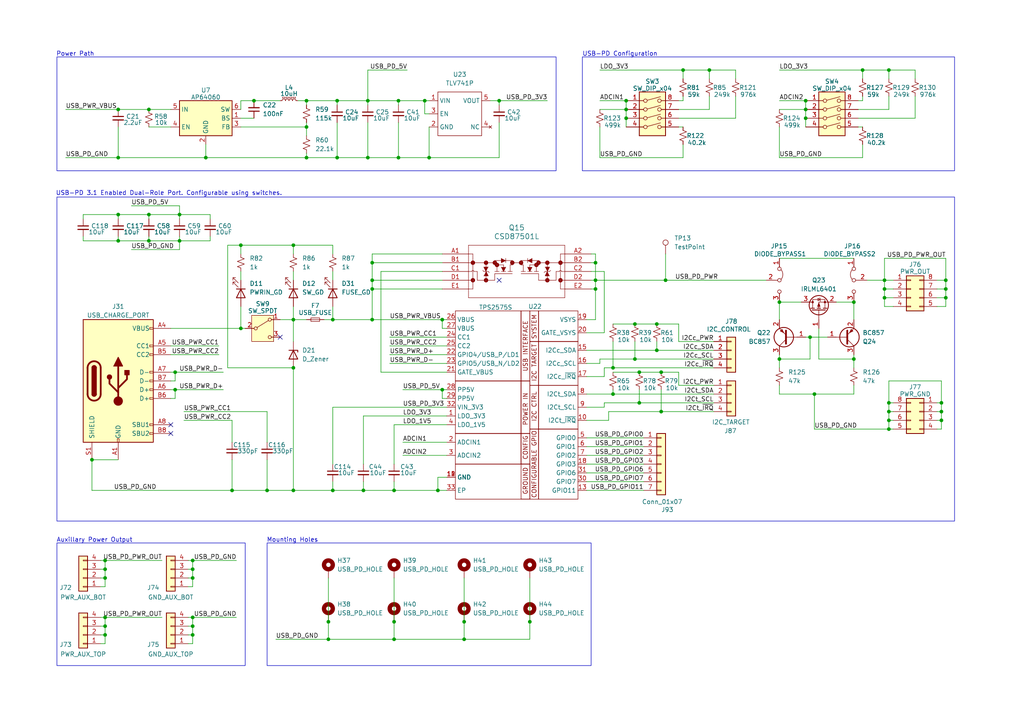
<source format=kicad_sch>
(kicad_sch (version 20250114) (generator "eeschema") (generator_version "9.0")
  (paper "A4")
  (title_block (title "Modular PSU") (company "DanWave Design") (comment 1 "Design By: Daniel Manla") (comment 2 "Open Hardware"))
  (lib_symbols
    (symbol "Connector:TestPoint" (pin_numbers (hide yes)) (pin_names (offset 0.762) (hide yes))
      (property "Reference" "TP" (at 0 6.858 0))
      (property "Value" "TestPoint" (at 0 5.08 0))
      (symbol "TestPoint_1_1"
        (pin passive line (at 0 0 90) (length 2.54) (name "1") (number "1"))
      )
    )
    (symbol "Connector:USB_C_Receptacle_USB2.0" (pin_names (offset 1.016))
      (property "Reference" "J" (at -10.16 19.05 0))
      (property "Value" "USB_C_Receptacle_USB2.0" (at 19.05 19.05 0))
      (symbol "USB_C_Receptacle_USB2.0_1_1"
        (pin passive line (at -7.62 -22.86 90) (length 5.08) (name "SHIELD") (number "S1"))
        (pin passive line (at 0 -22.86 90) (length 5.08) (name "GND") (number "A1"))
        (pin passive line (at 0 -22.86 90) (length 5.08) (hide yes) (name "GND") (number "A12"))
        (pin passive line (at 0 -22.86 90) (length 5.08) (hide yes) (name "GND") (number "B1"))
        (pin passive line (at 0 -22.86 90) (length 5.08) (hide yes) (name "GND") (number "B12"))
        (pin passive line (at 15.24 15.24 180) (length 5.08) (name "VBUS") (number "A4"))
        (pin passive line (at 15.24 15.24 180) (length 5.08) (hide yes) (name "VBUS") (number "A9"))
        (pin passive line (at 15.24 15.24 180) (length 5.08) (hide yes) (name "VBUS") (number "B4"))
        (pin passive line (at 15.24 15.24 180) (length 5.08) (hide yes) (name "VBUS") (number "B9"))
        (pin bidirectional line (at 15.24 10.16 180) (length 5.08) (name "CC1") (number "A5"))
        (pin bidirectional line (at 15.24 7.62 180) (length 5.08) (name "CC2") (number "B5"))
        (pin bidirectional line (at 15.24 2.54 180) (length 5.08) (name "D-") (number "A7"))
        (pin bidirectional line (at 15.24 0 180) (length 5.08) (name "D-") (number "B7"))
        (pin bidirectional line (at 15.24 -2.54 180) (length 5.08) (name "D+") (number "A6"))
        (pin bidirectional line (at 15.24 -5.08 180) (length 5.08) (name "D+") (number "B6"))
        (pin bidirectional line (at 15.24 -12.7 180) (length 5.08) (name "SBU1") (number "A8"))
        (pin bidirectional line (at 15.24 -15.24 180) (length 5.08) (name "SBU2") (number "B8"))
      )
    )
    (symbol "Connector_Generic:Conn_01x04" (pin_names (offset 1.016) (hide yes))
      (property "Reference" "J" (at 0 5.08 0))
      (property "Value" "Conn_01x04" (at 0 -7.62 0))
      (symbol "Conn_01x04_1_1"
        (pin passive line (at -5.08 2.54 0) (length 3.81) (name "Pin_1") (number "1"))
        (pin passive line (at -5.08 0 0) (length 3.81) (name "Pin_2") (number "2"))
        (pin passive line (at -5.08 -2.54 0) (length 3.81) (name "Pin_3") (number "3"))
        (pin passive line (at -5.08 -5.08 0) (length 3.81) (name "Pin_4") (number "4"))
      )
    )
    (symbol "Connector_Generic:Conn_01x07" (pin_names (offset 1.016) (hide yes))
      (property "Reference" "J" (at 0 10.16 0))
      (property "Value" "Conn_01x07" (at 0 -10.16 0))
      (symbol "Conn_01x07_1_1"
        (pin passive line (at -5.08 7.62 0) (length 3.81) (name "Pin_1") (number "1"))
        (pin passive line (at -5.08 5.08 0) (length 3.81) (name "Pin_2") (number "2"))
        (pin passive line (at -5.08 2.54 0) (length 3.81) (name "Pin_3") (number "3"))
        (pin passive line (at -5.08 0 0) (length 3.81) (name "Pin_4") (number "4"))
        (pin passive line (at -5.08 -2.54 0) (length 3.81) (name "Pin_5") (number "5"))
        (pin passive line (at -5.08 -5.08 0) (length 3.81) (name "Pin_6") (number "6"))
        (pin passive line (at -5.08 -7.62 0) (length 3.81) (name "Pin_7") (number "7"))
      )
    )
    (symbol "Connector_Generic:Conn_02x04_Counter_Clockwise" (pin_names (offset 1.016) (hide yes))
      (property "Reference" "J" (at 1.27 5.08 0))
      (property "Value" "Conn_02x04_Counter_Clockwise" (at 1.27 -7.62 0))
      (symbol "Conn_02x04_Counter_Clockwise_1_1"
        (pin passive line (at -5.08 2.54 0) (length 3.81) (name "Pin_1") (number "1"))
        (pin passive line (at -5.08 0 0) (length 3.81) (name "Pin_2") (number "2"))
        (pin passive line (at -5.08 -2.54 0) (length 3.81) (name "Pin_3") (number "3"))
        (pin passive line (at -5.08 -5.08 0) (length 3.81) (name "Pin_4") (number "4"))
        (pin passive line (at 7.62 2.54 180) (length 3.81) (name "Pin_8") (number "8"))
        (pin passive line (at 7.62 0 180) (length 3.81) (name "Pin_7") (number "7"))
        (pin passive line (at 7.62 -2.54 180) (length 3.81) (name "Pin_6") (number "6"))
        (pin passive line (at 7.62 -5.08 180) (length 3.81) (name "Pin_5") (number "5"))
      )
    )
    (symbol "Device:C_Small" (pin_numbers (hide yes)) (pin_names (offset 0.254) (hide yes))
      (property "Reference" "C" (at 0.254 1.778 0))
      (property "Value" "C_Small" (at 0.254 -2.032 0))
      (symbol "C_Small_1_1"
        (pin passive line (at 0 2.54 270) (length 2.032) (name "~") (number "1"))
        (pin passive line (at 0 -2.54 90) (length 2.032) (name "~") (number "2"))
      )
    )
    (symbol "Device:D_Zener" (pin_numbers (hide yes)) (pin_names (offset 1.016) (hide yes))
      (property "Reference" "D" (at 0 2.54 0))
      (property "Value" "D_Zener" (at 0 -2.54 0))
      (symbol "D_Zener_1_1"
        (pin passive line (at -3.81 0 0) (length 2.54) (name "K") (number "1"))
        (pin passive line (at 3.81 0 180) (length 2.54) (name "A") (number "2"))
      )
    )
    (symbol "Device:Fuse_Small" (pin_numbers (hide yes)) (pin_names (offset 0.254) (hide yes))
      (property "Reference" "F" (at 0 -1.524 0))
      (property "Value" "Fuse_Small" (at 0 1.524 0))
      (symbol "Fuse_Small_1_1"
        (pin passive line (at -2.54 0 0) (length 1.27) (name "~") (number "1"))
        (pin passive line (at 2.54 0 180) (length 1.27) (name "~") (number "2"))
      )
    )
    (symbol "Device:LED" (pin_numbers (hide yes)) (pin_names (offset 1.016) (hide yes))
      (property "Reference" "D" (at 0 2.54 0))
      (property "Value" "LED" (at 0 -2.54 0))
      (symbol "LED_1_1"
        (pin passive line (at -3.81 0 0) (length 2.54) (name "K") (number "1"))
        (pin passive line (at 3.81 0 180) (length 2.54) (name "A") (number "2"))
      )
    )
    (symbol "Device:L_Ferrite_Small" (pin_numbers (hide yes)) (pin_names (offset 0.254) (hide yes))
      (property "Reference" "L" (at 1.27 1.016 0))
      (property "Value" "L_Ferrite_Small" (at 1.27 -1.27 0))
      (symbol "L_Ferrite_Small_1_1"
        (pin passive line (at 0 2.54 270) (length 0.508) (name "~") (number "1"))
        (pin passive line (at 0 -2.54 90) (length 0.508) (name "~") (number "2"))
      )
    )
    (symbol "Device:R_Small_US" (pin_numbers (hide yes)) (pin_names (offset 0.254) (hide yes))
      (property "Reference" "R" (at 0.762 0.508 0))
      (property "Value" "R_Small_US" (at 0.762 -1.016 0))
      (symbol "R_Small_US_1_1"
        (pin passive line (at 0 2.54 270) (length 1.016) (name "~") (number "1"))
        (pin passive line (at 0 -2.54 90) (length 1.016) (name "~") (number "2"))
      )
    )
    (symbol "EXT_DCDC:TLV741P"
      (property "Reference" "U" (at 0 0 0))
      (property "Value" "TLV741P" (at 0 0 0))
      (symbol "TLV741P_1_1"
        (pin power_in line (at -8.89 -3.81 0) (length 2.54) (name "VIN") (number "1"))
        (pin input line (at -8.89 -7.62 0) (length 2.54) (name "EN") (number "3"))
        (pin power_in line (at -8.89 -11.43 0) (length 2.54) (name "GND") (number "2"))
        (pin power_out line (at 8.89 -3.81 180) (length 2.54) (name "VOUT") (number "5"))
        (pin no_connect line (at 8.89 -11.43 180) (length 2.54) (name "NC") (number "4"))
      )
    )
    (symbol "EXT_FET:CSD87501L" (pin_names (offset 0.254) (hide yes))
      (property "Reference" "Q" (at 1.27 5.08 0))
      (property "Value" "CSD87501L" (at -1.27 2.54 0))
      (symbol "CSD87501L_0_1"
        (pin unspecified line (at -21.59 -2.54 0) (length 7.62) (name "SOURCE1") (number "A1"))
        (pin unspecified line (at -21.59 -5.08 0) (length 7.62) (name "SOURCE1") (number "B1"))
        (pin unspecified line (at -21.59 -7.62 0) (length 7.62) (name "GATE1") (number "C1"))
        (pin unspecified line (at -21.59 -10.16 0) (length 7.62) (name "SOURCE1") (number "D1"))
        (pin unspecified line (at -21.59 -12.7 0) (length 7.62) (name "SOURCE1") (number "E1"))
        (pin unspecified line (at 21.59 -2.54 180) (length 7.62) (name "SOURCE2") (number "A2"))
        (pin unspecified line (at 21.59 -5.08 180) (length 7.62) (name "SOURCE2") (number "B2"))
        (pin unspecified line (at 21.59 -7.62 180) (length 7.62) (name "GATE2") (number "C2"))
        (pin unspecified line (at 21.59 -10.16 180) (length 7.62) (name "SOURCE2") (number "D2"))
        (pin unspecified line (at 21.59 -12.7 180) (length 7.62) (name "SOURCE2") (number "E2"))
      )
    )
    (symbol "EXT_USB_PD:TPS25751S"
      (property "Reference" "U" (at 0 0 0))
      (property "Value" "TPS2575S" (at 0 0 0))
      (symbol "TPS25751S_1_0"
        (pin power_out line (at -20.32 -53.34 0) (length 2.54) (name "EP") (number "33"))
      )
      (symbol "TPS25751S_1_1"
        (text "USB INTERFACE" (at 2.54 -11.43 900) (effects (font (size 1.27 1.27))))
        (text "POWER IN" (at 2.54 -29.718 900) (effects (font (size 1.27 1.27))))
        (text "CONFIG" (at 2.54 -40.894 900) (effects (font (size 1.27 1.27))))
        (text "GROUND" (at 2.54 -50.546 900) (effects (font (size 1.27 1.27))))
        (text "SYSTEM" (at 5.08 -5.842 900) (effects (font (size 1.27 1.27))))
        (text "I2C TARGET" (at 5.08 -16.256 900) (effects (font (size 1.27 1.27))))
        (text "I2C CTRL" (at 5.08 -28.956 900) (effects (font (size 1.27 1.27))))
        (text "CONFIGURABLE GPIO" (at 5.08 -45.72 900) (effects (font (size 1.27 1.27))))
        (pin input line (at -20.32 -3.81 0) (length 2.54) (name "VBUS") (number "26"))
        (pin input line (at -20.32 -6.35 0) (length 2.54) (name "VBUS") (number "27"))
        (pin bidirectional line (at -20.32 -8.89 0) (length 2.54) (name "CC1") (number "24"))
        (pin bidirectional line (at -20.32 -11.43 0) (length 2.54) (name "CC2") (number "25"))
        (pin bidirectional line (at -20.32 -13.97 0) (length 2.54) (name "GPIO4/USB_P/LD1") (number "22"))
        (pin bidirectional line (at -20.32 -16.51 0) (length 2.54) (name "GPIO5/USB_N/LD2") (number "23"))
        (pin output line (at -20.32 -19.05 0) (length 2.54) (name "GATE_VBUS") (number "21"))
        (pin power_in line (at -20.32 -24.13 0) (length 2.54) (name "PP5V") (number "28"))
        (pin power_in line (at -20.32 -26.67 0) (length 2.54) (name "PP5V") (number "29"))
        (pin power_in line (at -20.32 -29.21 0) (length 2.54) (name "VIN_3V3") (number "32"))
        (pin power_out line (at -20.32 -31.75 0) (length 2.54) (name "LDO_3V3") (number "1"))
        (pin power_out line (at -20.32 -34.29 0) (length 2.54) (name "LDO_1V5") (number "4"))
        (pin input line (at -20.32 -39.37 0) (length 2.54) (name "ADCIN1") (number "2"))
        (pin input line (at -20.32 -43.18 0) (length 2.54) (name "ADCIN2") (number "3"))
        (pin power_out line (at -20.32 -49.53 0) (length 2.54) (name "GND") (number "11"))
        (pin power_out line (at -20.32 -49.53 0) (length 2.54) (name "GND") (number "12"))
        (pin power_out line (at -20.32 -49.53 0) (length 2.54) (name "GND") (number "14"))
        (pin input line (at 20.32 -3.81 180) (length 2.54) (name "VSYS") (number "19"))
        (pin output line (at 20.32 -7.62 180) (length 2.54) (name "GATE_VSYS") (number "20"))
        (pin bidirectional line (at 20.32 -12.7 180) (length 2.54) (name "I2Cc_SDA") (number "15"))
        (pin output line (at 20.32 -16.51 180) (length 2.54) (name "I2Cc_SCL") (number "16"))
        (pin output line (at 20.32 -20.32 180) (length 2.54) (name "I2Cc_~{IRQ}") (number "17"))
        (pin bidirectional line (at 20.32 -25.4 180) (length 2.54) (name "I2Ct_SDA") (number "8"))
        (pin input line (at 20.32 -29.21 180) (length 2.54) (name "I2Ct_SCL") (number "9"))
        (pin output line (at 20.32 -33.02 180) (length 2.54) (name "I2Ct_~{IRQ}") (number "10"))
        (pin bidirectional line (at 20.32 -38.1 180) (length 2.54) (name "GPIO0") (number "5"))
        (pin bidirectional line (at 20.32 -40.64 180) (length 2.54) (name "GPIO1") (number "6"))
        (pin bidirectional line (at 20.32 -43.18 180) (length 2.54) (name "GPIO2") (number "7"))
        (pin bidirectional line (at 20.32 -45.72 180) (length 2.54) (name "GPIO3") (number "18"))
        (pin bidirectional line (at 20.32 -48.26 180) (length 2.54) (name "GPIO6") (number "31"))
        (pin bidirectional line (at 20.32 -50.8 180) (length 2.54) (name "GPIO7") (number "30"))
        (pin bidirectional line (at 20.32 -53.34 180) (length 2.54) (name "GPIO11") (number "13"))
      )
    )
    (symbol "Jumper:Jumper_3_Bridged12" (pin_names (offset 0) (hide yes)) (exclude_from_sim yes) (in_bom no)
      (property "Reference" "JP" (at -2.54 -2.54 0))
      (property "Value" "Jumper_3_Bridged12" (at 0 2.794 0))
      (symbol "Jumper_3_Bridged12_1_1"
        (pin passive line (at -6.35 0 0) (length 2.54) (name "A") (number "1"))
        (pin passive line (at 0 -3.81 90) (length 2.54) (name "C") (number "2"))
        (pin passive line (at 6.35 0 180) (length 2.54) (name "B") (number "3"))
      )
    )
    (symbol "Mechanical:MountingHole_Pad" (pin_numbers (hide yes)) (pin_names (offset 1.016) (hide yes)) (exclude_from_sim yes) (in_bom no)
      (property "Reference" "H" (at 0 6.35 0))
      (property "Value" "MountingHole_Pad" (at 0 4.445 0))
      (symbol "MountingHole_Pad_1_1"
        (pin input line (at 0 -2.54 90) (length 2.54) (name "1") (number "1"))
      )
    )
    (symbol "Regulator_Switching:AP3211K"
      (property "Reference" "U" (at -7.62 6.35 0))
      (property "Value" "AP3211K" (at 0 6.35 0))
      (symbol "AP3211K_1_1"
        (pin power_in line (at -10.16 2.54 0) (length 2.54) (name "IN") (number "5"))
        (pin input line (at -10.16 -2.54 0) (length 2.54) (name "EN") (number "4"))
        (pin power_in line (at 0 -7.62 90) (length 2.54) (name "GND") (number "2"))
        (pin passive line (at 10.16 2.54 180) (length 2.54) (name "SW") (number "6"))
        (pin passive line (at 10.16 0 180) (length 2.54) (name "BS") (number "1"))
        (pin input line (at 10.16 -2.54 180) (length 2.54) (name "FB") (number "3"))
      )
    )
    (symbol "Switch:SW_DIP_x04" (pin_names (offset 0) (hide yes))
      (property "Reference" "SW" (at 0 8.89 0))
      (property "Value" "SW_DIP_x04" (at 0 -6.35 0))
      (symbol "SW_DIP_x04_1_1"
        (pin passive line (at -7.62 5.08 0) (length 5.08) (name "~") (number "1"))
        (pin passive line (at -7.62 2.54 0) (length 5.08) (name "~") (number "2"))
        (pin passive line (at -7.62 0 0) (length 5.08) (name "~") (number "3"))
        (pin passive line (at -7.62 -2.54 0) (length 5.08) (name "~") (number "4"))
        (pin passive line (at 7.62 5.08 180) (length 5.08) (name "~") (number "8"))
        (pin passive line (at 7.62 2.54 180) (length 5.08) (name "~") (number "7"))
        (pin passive line (at 7.62 0 180) (length 5.08) (name "~") (number "6"))
        (pin passive line (at 7.62 -2.54 180) (length 5.08) (name "~") (number "5"))
      )
    )
    (symbol "Switch:SW_SPDT" (pin_names (offset 0) (hide yes))
      (property "Reference" "SW" (at 0 5.08 0))
      (property "Value" "SW_SPDT" (at 0 -5.08 0))
      (symbol "SW_SPDT_1_1"
        (pin passive line (at -5.08 0 0) (length 2.54) (name "B") (number "2"))
        (pin passive line (at 5.08 2.54 180) (length 2.54) (name "A") (number "1"))
        (pin passive line (at 5.08 -2.54 180) (length 2.54) (name "C") (number "3"))
      )
    )
    (symbol "Transistor_BJT:BC857" (pin_names (offset 0) (hide yes))
      (property "Reference" "Q" (at 5.08 1.905 0))
      (property "Value" "BC857" (at 5.08 0 0))
      (symbol "BC857_1_1"
        (pin input line (at -5.08 0 0) (length 2.54) (name "B") (number "1"))
        (pin passive line (at 2.54 5.08 270) (length 2.54) (name "C") (number "3"))
        (pin passive line (at 2.54 -5.08 90) (length 2.54) (name "E") (number "2"))
      )
    )
    (symbol "Transistor_FET:IRLML6401" (pin_names (hide yes))
      (property "Reference" "Q" (at 5.08 1.905 0))
      (property "Value" "IRLML6401" (at 5.08 0 0))
      (symbol "IRLML6401_1_1"
        (pin input line (at -5.08 0 0) (length 2.54) (name "G") (number "1"))
        (pin passive line (at 2.54 5.08 270) (length 2.54) (name "D") (number "3"))
        (pin passive line (at 2.54 -5.08 90) (length 2.54) (name "S") (number "2"))
      )
    )
  )
  (rectangle (start 168.91 16.51) (end 276.86 49.53))
  (rectangle (start 16.51 57.15) (end 276.86 151.13))
  (rectangle (start 77.47 157.48) (end 171.45 193.04))
  (rectangle (start 16.51 16.51) (end 161.29 49.53))
  (rectangle (start 16.51 157.48) (end 71.12 193.04))
  (text "USB-PD Configuration" (at 179.832 15.748 0) (effects (font (size 1.27 1.27))))
  (text "USB-PD 3.1 Enabled Dual-Role Port. Configurable using switches." (at 49.022 56.134 0) (effects (font (size 1.27 1.27))))
  (text "Auxillary Power Output" (at 27.432 156.718 0) (effects (font (size 1.27 1.27))))
  (text "Power Path" (at 21.844 15.748 0) (effects (font (size 1.27 1.27))))
  (text "Mounting Holes" (at 84.836 156.718 0) (effects (font (size 1.27 1.27))))
  (junction (at 256.54 86.36))
  (junction (at 55.88 179.07))
  (junction (at 134.62 185.42))
  (junction (at 184.15 104.14))
  (junction (at 30.48 179.07))
  (junction (at 144.78 29.21))
  (junction (at 128.27 113.03))
  (junction (at 88.9 29.21))
  (junction (at 114.3 142.24))
  (junction (at 247.65 87.63))
  (junction (at 233.68 34.29))
  (junction (at 185.42 116.84))
  (junction (at 191.77 107.95))
  (junction (at 181.61 29.21))
  (junction (at 55.88 181.61))
  (junction (at 172.72 76.2))
  (junction (at 124.46 45.72))
  (junction (at 247.65 104.14))
  (junction (at 77.47 142.24))
  (junction (at 67.31 142.24))
  (junction (at 273.05 121.92))
  (junction (at 34.29 31.75))
  (junction (at 273.05 116.84))
  (junction (at 95.25 185.42))
  (junction (at 85.09 106.68))
  (junction (at 55.88 162.56))
  (junction (at 69.85 71.12))
  (junction (at 257.81 121.92))
  (junction (at 85.09 92.71))
  (junction (at 257.81 116.84))
  (junction (at 226.06 87.63))
  (junction (at 172.72 81.28))
  (junction (at 52.07 69.85))
  (junction (at 115.57 29.21))
  (junction (at 55.88 167.64))
  (junction (at 172.72 83.82))
  (junction (at 50.8 113.03))
  (junction (at 105.41 142.24))
  (junction (at 226.06 104.14))
  (junction (at 73.66 29.21))
  (junction (at 177.8 106.68))
  (junction (at 115.57 45.72))
  (junction (at 85.09 71.12))
  (junction (at 106.68 45.72))
  (junction (at 97.79 29.21))
  (junction (at 55.88 165.1))
  (junction (at 88.9 45.72))
  (junction (at 30.48 162.56))
  (junction (at 198.12 20.32))
  (junction (at 257.81 119.38))
  (junction (at 114.3 185.42))
  (junction (at 106.68 29.21))
  (junction (at 234.95 97.79))
  (junction (at 43.18 62.23))
  (junction (at 114.3 180.34))
  (junction (at 123.19 29.21))
  (junction (at 50.8 107.95))
  (junction (at 69.85 95.25))
  (junction (at 107.95 81.28))
  (junction (at 190.5 101.6))
  (junction (at 30.48 181.61))
  (junction (at 274.32 81.28))
  (junction (at 233.68 31.75))
  (junction (at 96.52 142.24))
  (junction (at 181.61 31.75))
  (junction (at 193.04 81.28))
  (junction (at 205.74 20.32))
  (junction (at 30.48 165.1))
  (junction (at 177.8 114.3))
  (junction (at 256.54 81.28))
  (junction (at 34.29 62.23))
  (junction (at 52.07 62.23))
  (junction (at 153.67 180.34))
  (junction (at 43.18 69.85))
  (junction (at 185.42 107.95))
  (junction (at 34.29 69.85))
  (junction (at 96.52 92.71))
  (junction (at 30.48 184.15))
  (junction (at 191.77 119.38))
  (junction (at 107.95 83.82))
  (junction (at 55.88 184.15))
  (junction (at 30.48 167.64))
  (junction (at 236.22 114.3))
  (junction (at 273.05 119.38))
  (junction (at 128.27 92.71))
  (junction (at 127 142.24))
  (junction (at 107.95 92.71))
  (junction (at 134.62 180.34))
  (junction (at 59.69 45.72))
  (junction (at 26.67 133.35))
  (junction (at 274.32 83.82))
  (junction (at 107.95 76.2))
  (junction (at 85.09 142.24))
  (junction (at 184.15 93.98))
  (junction (at 250.19 20.32))
  (junction (at 95.25 180.34))
  (junction (at 190.5 93.98))
  (junction (at 43.18 31.75))
  (junction (at 257.81 124.46))
  (junction (at 256.54 83.82))
  (junction (at 34.29 45.72))
  (junction (at 274.32 86.36))
  (junction (at 233.68 29.21))
  (junction (at 257.81 20.32))
  (junction (at 88.9 36.83))
  (junction (at 181.61 34.29))
  (junction (at 97.79 45.72))
  (no_connect (at 49.53 123.19))
  (no_connect (at 144.78 81.28))
  (no_connect (at 49.53 125.73))
  (no_connect (at 81.28 97.79))
  (wire (pts (xy 273.05 116.84) (xy 273.05 110.49)))
  (wire (pts (xy 26.67 142.24) (xy 67.31 142.24)))
  (wire (pts (xy 52.07 59.69) (xy 52.07 62.23)))
  (wire (pts (xy 271.78 83.82) (xy 274.32 83.82)))
  (wire (pts (xy 170.18 142.24) (xy 186.69 142.24)))
  (wire (pts (xy 175.26 118.11) (xy 175.26 116.84)))
  (wire (pts (xy 116.84 128.27) (xy 129.54 128.27)))
  (wire (pts (xy 54.61 181.61) (xy 55.88 181.61)))
  (wire (pts (xy 271.78 124.46) (xy 273.05 124.46)))
  (wire (pts (xy 142.24 29.21) (xy 144.78 29.21)))
  (wire (pts (xy 30.48 184.15) (xy 30.48 181.61)))
  (wire (pts (xy 273.05 116.84) (xy 271.78 116.84)))
  (wire (pts (xy 257.81 31.75) (xy 257.81 27.94)))
  (wire (pts (xy 205.74 20.32) (xy 213.36 20.32)))
  (wire (pts (xy 97.79 35.56) (xy 97.79 45.72)))
  (wire (pts (xy 177.8 106.68) (xy 207.01 106.68)))
  (wire (pts (xy 236.22 124.46) (xy 257.81 124.46)))
  (wire (pts (xy 271.78 119.38) (xy 273.05 119.38)))
  (wire (pts (xy 59.69 41.91) (xy 59.69 45.72)))
  (wire (pts (xy 115.57 29.21) (xy 115.57 30.48)))
  (wire (pts (xy 29.21 181.61) (xy 30.48 181.61)))
  (wire (pts (xy 43.18 69.85) (xy 52.07 69.85)))
  (wire (pts (xy 191.77 119.38) (xy 207.01 119.38)))
  (wire (pts (xy 177.8 114.3) (xy 207.01 114.3)))
  (wire (pts (xy 170.18 139.7) (xy 186.69 139.7)))
  (wire (pts (xy 226.06 45.72) (xy 250.19 45.72)))
  (wire (pts (xy 113.03 100.33) (xy 129.54 100.33)))
  (wire (pts (xy 175.26 109.22) (xy 175.26 106.68)))
  (wire (pts (xy 34.29 69.85) (xy 43.18 69.85)))
  (wire (pts (xy 81.28 92.71) (xy 85.09 92.71)))
  (wire (pts (xy 29.21 186.69) (xy 30.48 186.69)))
  (wire (pts (xy 107.95 76.2) (xy 128.27 76.2)))
  (wire (pts (xy 55.88 165.1) (xy 55.88 162.56)))
  (wire (pts (xy 114.3 123.19) (xy 129.54 123.19)))
  (wire (pts (xy 50.8 115.57) (xy 50.8 113.03)))
  (wire (pts (xy 54.61 167.64) (xy 55.88 167.64)))
  (wire (pts (xy 259.08 119.38) (xy 257.81 119.38)))
  (wire (pts (xy 248.92 31.75) (xy 257.81 31.75)))
  (wire (pts (xy 233.68 31.75) (xy 233.68 29.21)))
  (wire (pts (xy 205.74 20.32) (xy 205.74 22.86)))
  (wire (pts (xy 34.29 62.23) (xy 24.13 62.23)))
  (wire (pts (xy 128.27 95.25) (xy 128.27 92.71)))
  (wire (pts (xy 259.08 83.82) (xy 256.54 83.82)))
  (wire (pts (xy 29.21 179.07) (xy 30.48 179.07)))
  (wire (pts (xy 60.96 69.85) (xy 60.96 68.58)))
  (wire (pts (xy 52.07 69.85) (xy 60.96 69.85)))
  (wire (pts (xy 198.12 20.32) (xy 198.12 22.86)))
  (wire (pts (xy 54.61 170.18) (xy 55.88 170.18)))
  (wire (pts (xy 116.84 132.08) (xy 129.54 132.08)))
  (wire (pts (xy 34.29 45.72) (xy 34.29 36.83)))
  (wire (pts (xy 226.06 36.83) (xy 226.06 45.72)))
  (wire (pts (xy 129.54 115.57) (xy 128.27 115.57)))
  (wire (pts (xy 34.29 62.23) (xy 34.29 63.5)))
  (wire (pts (xy 171.45 81.28) (xy 172.72 81.28)))
  (wire (pts (xy 226.06 20.32) (xy 250.19 20.32)))
  (wire (pts (xy 55.88 181.61) (xy 55.88 179.07)))
  (wire (pts (xy 29.21 162.56) (xy 30.48 162.56)))
  (wire (pts (xy 30.48 167.64) (xy 30.48 165.1)))
  (wire (pts (xy 129.54 107.95) (xy 110.49 107.95)))
  (wire (pts (xy 173.99 45.72) (xy 198.12 45.72)))
  (wire (pts (xy 153.67 180.34) (xy 153.67 167.64)))
  (wire (pts (xy 49.53 110.49) (xy 50.8 110.49)))
  (wire (pts (xy 170.18 132.08) (xy 186.69 132.08)))
  (wire (pts (xy 66.04 71.12) (xy 69.85 71.12)))
  (wire (pts (xy 30.48 165.1) (xy 30.48 162.56)))
  (wire (pts (xy 113.03 105.41) (xy 129.54 105.41)))
  (wire (pts (xy 190.5 99.06) (xy 190.5 101.6)))
  (wire (pts (xy 95.25 185.42) (xy 95.25 180.34)))
  (wire (pts (xy 107.95 83.82) (xy 128.27 83.82)))
  (wire (pts (xy 205.74 31.75) (xy 205.74 27.94)))
  (wire (pts (xy 106.68 20.32) (xy 118.11 20.32)))
  (wire (pts (xy 127 142.24) (xy 129.54 142.24)))
  (wire (pts (xy 69.85 31.75) (xy 69.85 29.21)))
  (wire (pts (xy 196.85 99.06) (xy 207.01 99.06)))
  (wire (pts (xy 54.61 179.07) (xy 55.88 179.07)))
  (wire (pts (xy 237.49 104.14) (xy 237.49 95.25)))
  (wire (pts (xy 248.92 29.21) (xy 250.19 29.21)))
  (wire (pts (xy 234.95 104.14) (xy 226.06 104.14)))
  (wire (pts (xy 184.15 104.14) (xy 207.01 104.14)))
  (wire (pts (xy 80.01 185.42) (xy 95.25 185.42)))
  (wire (pts (xy 259.08 124.46) (xy 257.81 124.46)))
  (wire (pts (xy 49.53 115.57) (xy 50.8 115.57)))
  (wire (pts (xy 96.52 78.74) (xy 96.52 81.28)))
  (wire (pts (xy 134.62 180.34) (xy 134.62 167.64)))
  (wire (pts (xy 171.45 76.2) (xy 172.72 76.2)))
  (wire (pts (xy 114.3 142.24) (xy 127 142.24)))
  (wire (pts (xy 128.27 113.03) (xy 129.54 113.03)))
  (wire (pts (xy 196.85 107.95) (xy 196.85 111.76)))
  (wire (pts (xy 213.36 20.32) (xy 213.36 22.86)))
  (wire (pts (xy 96.52 92.71) (xy 107.95 92.71)))
  (wire (pts (xy 274.32 74.93) (xy 274.32 81.28)))
  (wire (pts (xy 256.54 74.93) (xy 274.32 74.93)))
  (wire (pts (xy 234.95 97.79) (xy 234.95 104.14)))
  (wire (pts (xy 19.05 45.72) (xy 34.29 45.72)))
  (wire (pts (xy 113.03 97.79) (xy 129.54 97.79)))
  (wire (pts (xy 236.22 114.3) (xy 247.65 114.3)))
  (wire (pts (xy 67.31 142.24) (xy 77.47 142.24)))
  (wire (pts (xy 110.49 78.74) (xy 110.49 107.95)))
  (wire (pts (xy 49.53 31.75) (xy 43.18 31.75)))
  (wire (pts (xy 43.18 62.23) (xy 34.29 62.23)))
  (wire (pts (xy 43.18 62.23) (xy 52.07 62.23)))
  (wire (pts (xy 256.54 83.82) (xy 256.54 81.28)))
  (wire (pts (xy 173.99 20.32) (xy 198.12 20.32)))
  (wire (pts (xy 85.09 142.24) (xy 96.52 142.24)))
  (wire (pts (xy 49.53 100.33) (xy 63.5 100.33)))
  (wire (pts (xy 69.85 71.12) (xy 69.85 73.66)))
  (wire (pts (xy 55.88 179.07) (xy 68.58 179.07)))
  (wire (pts (xy 177.8 107.95) (xy 185.42 107.95)))
  (wire (pts (xy 226.06 111.76) (xy 226.06 114.3)))
  (wire (pts (xy 106.68 35.56) (xy 106.68 45.72)))
  (wire (pts (xy 30.48 170.18) (xy 30.48 167.64)))
  (wire (pts (xy 107.95 76.2) (xy 107.95 81.28)))
  (wire (pts (xy 247.65 92.71) (xy 247.65 87.63)))
  (wire (pts (xy 66.04 106.68) (xy 85.09 106.68)))
  (wire (pts (xy 106.68 29.21) (xy 115.57 29.21)))
  (wire (pts (xy 257.81 124.46) (xy 257.81 121.92)))
  (wire (pts (xy 170.18 121.92) (xy 176.53 121.92)))
  (wire (pts (xy 172.72 92.71) (xy 170.18 92.71)))
  (wire (pts (xy 114.3 180.34) (xy 114.3 167.64)))
  (wire (pts (xy 129.54 138.43) (xy 127 138.43)))
  (wire (pts (xy 50.8 107.95) (xy 64.77 107.95)))
  (wire (pts (xy 175.26 106.68) (xy 177.8 106.68)))
  (wire (pts (xy 106.68 45.72) (xy 115.57 45.72)))
  (wire (pts (xy 144.78 29.21) (xy 158.75 29.21)))
  (wire (pts (xy 50.8 113.03) (xy 49.53 113.03)))
  (wire (pts (xy 50.8 113.03) (xy 64.77 113.03)))
  (wire (pts (xy 88.9 45.72) (xy 97.79 45.72)))
  (wire (pts (xy 259.08 121.92) (xy 257.81 121.92)))
  (wire (pts (xy 173.99 104.14) (xy 184.15 104.14)))
  (wire (pts (xy 107.95 81.28) (xy 107.95 83.82)))
  (wire (pts (xy 30.48 162.56) (xy 46.99 162.56)))
  (wire (pts (xy 190.5 93.98) (xy 196.85 93.98)))
  (wire (pts (xy 127 138.43) (xy 127 142.24)))
  (wire (pts (xy 171.45 73.66) (xy 172.72 73.66)))
  (wire (pts (xy 50.8 110.49) (xy 50.8 107.95)))
  (wire (pts (xy 59.69 45.72) (xy 34.29 45.72)))
  (wire (pts (xy 193.04 81.28) (xy 222.25 81.28)))
  (wire (pts (xy 69.85 36.83) (xy 88.9 36.83)))
  (wire (pts (xy 53.34 121.92) (xy 67.31 121.92)))
  (wire (pts (xy 256.54 81.28) (xy 256.54 74.93)))
  (wire (pts (xy 234.95 97.79) (xy 240.03 97.79)))
  (wire (pts (xy 49.53 107.95) (xy 50.8 107.95)))
  (wire (pts (xy 55.88 186.69) (xy 55.88 184.15)))
  (wire (pts (xy 213.36 34.29) (xy 213.36 27.94)))
  (wire (pts (xy 265.43 34.29) (xy 265.43 27.94)))
  (wire (pts (xy 176.53 121.92) (xy 176.53 119.38)))
  (wire (pts (xy 30.48 186.69) (xy 30.48 184.15)))
  (wire (pts (xy 85.09 71.12) (xy 69.85 71.12)))
  (wire (pts (xy 95.25 185.42) (xy 114.3 185.42)))
  (wire (pts (xy 170.18 134.62) (xy 186.69 134.62)))
  (wire (pts (xy 123.19 33.02) (xy 123.19 29.21)))
  (wire (pts (xy 226.06 29.21) (xy 233.68 29.21)))
  (wire (pts (xy 170.18 137.16) (xy 186.69 137.16)))
  (wire (pts (xy 66.04 71.12) (xy 66.04 106.68)))
  (wire (pts (xy 247.65 104.14) (xy 237.49 104.14)))
  (wire (pts (xy 96.52 118.11) (xy 129.54 118.11)))
  (wire (pts (xy 233.68 31.75) (xy 226.06 31.75)))
  (wire (pts (xy 170.18 101.6) (xy 190.5 101.6)))
  (wire (pts (xy 233.68 36.83) (xy 233.68 34.29)))
  (wire (pts (xy 60.96 62.23) (xy 60.96 63.5)))
  (wire (pts (xy 88.9 29.21) (xy 88.9 30.48)))
  (wire (pts (xy 107.95 73.66) (xy 107.95 76.2)))
  (wire (pts (xy 196.85 36.83) (xy 198.12 36.83)))
  (wire (pts (xy 85.09 78.74) (xy 85.09 81.28)))
  (wire (pts (xy 173.99 105.41) (xy 173.99 104.14)))
  (wire (pts (xy 123.19 29.21) (xy 124.46 29.21)))
  (wire (pts (xy 190.5 101.6) (xy 207.01 101.6)))
  (wire (pts (xy 29.21 165.1) (xy 30.48 165.1)))
  (wire (pts (xy 124.46 33.02) (xy 123.19 33.02)))
  (wire (pts (xy 175.26 78.74) (xy 171.45 78.74)))
  (wire (pts (xy 88.9 29.21) (xy 97.79 29.21)))
  (wire (pts (xy 177.8 99.06) (xy 177.8 106.68)))
  (wire (pts (xy 271.78 81.28) (xy 274.32 81.28)))
  (wire (pts (xy 107.95 73.66) (xy 128.27 73.66)))
  (wire (pts (xy 96.52 134.62) (xy 96.52 118.11)))
  (wire (pts (xy 196.85 31.75) (xy 205.74 31.75)))
  (wire (pts (xy 107.95 92.71) (xy 128.27 92.71)))
  (wire (pts (xy 274.32 86.36) (xy 274.32 83.82)))
  (wire (pts (xy 52.07 72.39) (xy 38.1 72.39)))
  (wire (pts (xy 88.9 35.56) (xy 88.9 36.83)))
  (wire (pts (xy 85.09 92.71) (xy 88.9 92.71)))
  (wire (pts (xy 170.18 118.11) (xy 175.26 118.11)))
  (wire (pts (xy 124.46 36.83) (xy 124.46 45.72)))
  (wire (pts (xy 29.21 184.15) (xy 30.48 184.15)))
  (wire (pts (xy 250.19 20.32) (xy 257.81 20.32)))
  (wire (pts (xy 250.19 45.72) (xy 250.19 41.91)))
  (wire (pts (xy 134.62 185.42) (xy 153.67 185.42)))
  (wire (pts (xy 105.41 142.24) (xy 114.3 142.24)))
  (wire (pts (xy 271.78 86.36) (xy 274.32 86.36)))
  (wire (pts (xy 176.53 119.38) (xy 191.77 119.38)))
  (wire (pts (xy 59.69 45.72) (xy 88.9 45.72)))
  (wire (pts (xy 54.61 165.1) (xy 55.88 165.1)))
  (wire (pts (xy 196.85 93.98) (xy 196.85 99.06)))
  (wire (pts (xy 69.85 78.74) (xy 69.85 81.28)))
  (wire (pts (xy 38.1 59.69) (xy 52.07 59.69)))
  (wire (pts (xy 69.85 95.25) (xy 71.12 95.25)))
  (wire (pts (xy 43.18 31.75) (xy 34.29 31.75)))
  (wire (pts (xy 274.32 83.82) (xy 274.32 81.28)))
  (wire (pts (xy 256.54 81.28) (xy 259.08 81.28)))
  (wire (pts (xy 114.3 134.62) (xy 114.3 123.19)))
  (wire (pts (xy 226.06 114.3) (xy 236.22 114.3)))
  (wire (pts (xy 170.18 129.54) (xy 186.69 129.54)))
  (wire (pts (xy 257.81 121.92) (xy 257.81 119.38)))
  (wire (pts (xy 116.84 113.03) (xy 128.27 113.03)))
  (wire (pts (xy 226.06 102.87) (xy 226.06 104.14)))
  (wire (pts (xy 49.53 95.25) (xy 69.85 95.25)))
  (wire (pts (xy 128.27 115.57) (xy 128.27 113.03)))
  (wire (pts (xy 67.31 133.35) (xy 67.31 142.24)))
  (wire (pts (xy 251.46 81.28) (xy 256.54 81.28)))
  (wire (pts (xy 96.52 142.24) (xy 105.41 142.24)))
  (wire (pts (xy 271.78 88.9) (xy 274.32 88.9)))
  (wire (pts (xy 181.61 31.75) (xy 181.61 29.21)))
  (wire (pts (xy 256.54 88.9) (xy 256.54 86.36)))
  (wire (pts (xy 196.85 29.21) (xy 198.12 29.21)))
  (wire (pts (xy 24.13 69.85) (xy 34.29 69.85)))
  (wire (pts (xy 97.79 29.21) (xy 97.79 30.48)))
  (wire (pts (xy 52.07 68.58) (xy 52.07 69.85)))
  (wire (pts (xy 257.81 110.49) (xy 273.05 110.49)))
  (wire (pts (xy 196.85 111.76) (xy 207.01 111.76)))
  (wire (pts (xy 86.36 29.21) (xy 88.9 29.21)))
  (wire (pts (xy 247.65 104.14) (xy 247.65 106.68)))
  (wire (pts (xy 105.41 134.62) (xy 105.41 120.65)))
  (wire (pts (xy 198.12 29.21) (xy 198.12 27.94)))
  (wire (pts (xy 173.99 29.21) (xy 181.61 29.21)))
  (wire (pts (xy 113.03 102.87) (xy 129.54 102.87)))
  (wire (pts (xy 153.67 185.42) (xy 153.67 180.34)))
  (wire (pts (xy 77.47 119.38) (xy 77.47 128.27)))
  (wire (pts (xy 106.68 29.21) (xy 106.68 30.48)))
  (wire (pts (xy 85.09 92.71) (xy 85.09 99.06)))
  (wire (pts (xy 96.52 88.9) (xy 96.52 92.71)))
  (wire (pts (xy 250.19 20.32) (xy 250.19 22.86)))
  (wire (pts (xy 250.19 29.21) (xy 250.19 27.94)))
  (wire (pts (xy 43.18 68.58) (xy 43.18 69.85)))
  (wire (pts (xy 193.04 73.66) (xy 193.04 81.28)))
  (wire (pts (xy 170.18 127) (xy 186.69 127)))
  (wire (pts (xy 69.85 34.29) (xy 73.66 34.29)))
  (wire (pts (xy 171.45 83.82) (xy 172.72 83.82)))
  (wire (pts (xy 170.18 105.41) (xy 173.99 105.41)))
  (wire (pts (xy 24.13 62.23) (xy 24.13 63.5)))
  (wire (pts (xy 181.61 31.75) (xy 173.99 31.75)))
  (wire (pts (xy 273.05 121.92) (xy 273.05 119.38)))
  (wire (pts (xy 185.42 113.03) (xy 185.42 116.84)))
  (wire (pts (xy 55.88 167.64) (xy 55.88 165.1)))
  (wire (pts (xy 257.81 20.32) (xy 257.81 22.86)))
  (wire (pts (xy 170.18 109.22) (xy 175.26 109.22)))
  (wire (pts (xy 175.26 78.74) (xy 175.26 96.52)))
  (wire (pts (xy 226.06 87.63) (xy 232.41 87.63)))
  (wire (pts (xy 115.57 45.72) (xy 124.46 45.72)))
  (wire (pts (xy 259.08 88.9) (xy 256.54 88.9)))
  (wire (pts (xy 144.78 35.56) (xy 144.78 45.72)))
  (wire (pts (xy 93.98 92.71) (xy 96.52 92.71)))
  (wire (pts (xy 128.27 92.71) (xy 129.54 92.71)))
  (wire (pts (xy 52.07 62.23) (xy 52.07 63.5)))
  (wire (pts (xy 124.46 45.72) (xy 144.78 45.72)))
  (wire (pts (xy 175.26 116.84) (xy 185.42 116.84)))
  (wire (pts (xy 198.12 20.32) (xy 205.74 20.32)))
  (wire (pts (xy 144.78 29.21) (xy 144.78 30.48)))
  (wire (pts (xy 198.12 45.72) (xy 198.12 41.91)))
  (wire (pts (xy 128.27 78.74) (xy 110.49 78.74)))
  (wire (pts (xy 115.57 35.56) (xy 115.57 45.72)))
  (wire (pts (xy 248.92 36.83) (xy 250.19 36.83)))
  (wire (pts (xy 29.21 167.64) (xy 30.48 167.64)))
  (wire (pts (xy 85.09 88.9) (xy 85.09 92.71)))
  (wire (pts (xy 107.95 81.28) (xy 128.27 81.28)))
  (wire (pts (xy 172.72 81.28) (xy 193.04 81.28)))
  (wire (pts (xy 34.29 31.75) (xy 19.05 31.75)))
  (wire (pts (xy 52.07 62.23) (xy 60.96 62.23)))
  (wire (pts (xy 77.47 133.35) (xy 77.47 142.24)))
  (wire (pts (xy 54.61 186.69) (xy 55.88 186.69)))
  (wire (pts (xy 170.18 96.52) (xy 175.26 96.52)))
  (wire (pts (xy 172.72 81.28) (xy 172.72 83.82)))
  (wire (pts (xy 26.67 133.35) (xy 34.29 133.35)))
  (wire (pts (xy 256.54 83.82) (xy 256.54 86.36)))
  (wire (pts (xy 85.09 106.68) (xy 85.09 142.24)))
  (wire (pts (xy 265.43 20.32) (xy 265.43 22.86)))
  (wire (pts (xy 172.72 83.82) (xy 172.72 92.71)))
  (wire (pts (xy 226.06 104.14) (xy 226.06 106.68)))
  (wire (pts (xy 184.15 99.06) (xy 184.15 104.14)))
  (wire (pts (xy 26.67 133.35) (xy 26.67 142.24)))
  (wire (pts (xy 257.81 20.32) (xy 265.43 20.32)))
  (wire (pts (xy 247.65 102.87) (xy 247.65 104.14)))
  (wire (pts (xy 97.79 29.21) (xy 106.68 29.21)))
  (wire (pts (xy 236.22 124.46) (xy 236.22 114.3)))
  (wire (pts (xy 172.72 73.66) (xy 172.72 76.2)))
  (wire (pts (xy 177.8 113.03) (xy 177.8 114.3)))
  (wire (pts (xy 185.42 116.84) (xy 207.01 116.84)))
  (wire (pts (xy 53.34 119.38) (xy 77.47 119.38)))
  (wire (pts (xy 259.08 116.84) (xy 257.81 116.84)))
  (wire (pts (xy 181.61 34.29) (xy 181.61 31.75)))
  (wire (pts (xy 55.88 162.56) (xy 68.58 162.56)))
  (wire (pts (xy 173.99 36.83) (xy 173.99 45.72)))
  (wire (pts (xy 191.77 113.03) (xy 191.77 119.38)))
  (wire (pts (xy 191.77 107.95) (xy 196.85 107.95)))
  (wire (pts (xy 247.65 87.63) (xy 242.57 87.63)))
  (wire (pts (xy 34.29 68.58) (xy 34.29 69.85)))
  (wire (pts (xy 30.48 179.07) (xy 46.99 179.07)))
  (wire (pts (xy 273.05 124.46) (xy 273.05 121.92)))
  (wire (pts (xy 226.06 74.93) (xy 247.65 74.93)))
  (wire (pts (xy 274.32 88.9) (xy 274.32 86.36)))
  (wire (pts (xy 105.41 139.7) (xy 105.41 142.24)))
  (wire (pts (xy 181.61 36.83) (xy 181.61 34.29)))
  (wire (pts (xy 134.62 185.42) (xy 134.62 180.34)))
  (wire (pts (xy 273.05 116.84) (xy 273.05 119.38)))
  (wire (pts (xy 129.54 95.25) (xy 128.27 95.25)))
  (wire (pts (xy 105.41 120.65) (xy 129.54 120.65)))
  (wire (pts (xy 107.95 83.82) (xy 107.95 92.71)))
  (wire (pts (xy 95.25 180.34) (xy 95.25 167.64)))
  (wire (pts (xy 69.85 88.9) (xy 69.85 95.25)))
  (wire (pts (xy 29.21 170.18) (xy 30.48 170.18)))
  (wire (pts (xy 73.66 29.21) (xy 81.28 29.21)))
  (wire (pts (xy 96.52 139.7) (xy 96.52 142.24)))
  (wire (pts (xy 85.09 71.12) (xy 85.09 73.66)))
  (wire (pts (xy 115.57 29.21) (xy 123.19 29.21)))
  (wire (pts (xy 257.81 119.38) (xy 257.81 116.84)))
  (wire (pts (xy 177.8 93.98) (xy 184.15 93.98)))
  (wire (pts (xy 233.68 34.29) (xy 233.68 31.75)))
  (wire (pts (xy 24.13 68.58) (xy 24.13 69.85)))
  (wire (pts (xy 257.81 110.49) (xy 257.81 116.84)))
  (wire (pts (xy 67.31 121.92) (xy 67.31 128.27)))
  (wire (pts (xy 63.5 102.87) (xy 49.53 102.87)))
  (wire (pts (xy 54.61 162.56) (xy 55.88 162.56)))
  (wire (pts (xy 114.3 185.42) (xy 134.62 185.42)))
  (wire (pts (xy 184.15 93.98) (xy 190.5 93.98)))
  (wire (pts (xy 30.48 181.61) (xy 30.48 179.07)))
  (wire (pts (xy 247.65 114.3) (xy 247.65 111.76)))
  (wire (pts (xy 77.47 142.24) (xy 85.09 142.24)))
  (wire (pts (xy 248.92 34.29) (xy 265.43 34.29)))
  (wire (pts (xy 43.18 63.5) (xy 43.18 62.23)))
  (wire (pts (xy 259.08 86.36) (xy 256.54 86.36)))
  (wire (pts (xy 172.72 76.2) (xy 172.72 81.28)))
  (wire (pts (xy 55.88 170.18) (xy 55.88 167.64)))
  (wire (pts (xy 88.9 45.72) (xy 88.9 44.45)))
  (wire (pts (xy 185.42 107.95) (xy 191.77 107.95)))
  (wire (pts (xy 226.06 92.71) (xy 226.06 87.63)))
  (wire (pts (xy 55.88 184.15) (xy 55.88 181.61)))
  (wire (pts (xy 52.07 69.85) (xy 52.07 72.39)))
  (wire (pts (xy 271.78 121.92) (xy 273.05 121.92)))
  (wire (pts (xy 88.9 36.83) (xy 88.9 39.37)))
  (wire (pts (xy 196.85 34.29) (xy 213.36 34.29)))
  (wire (pts (xy 170.18 114.3) (xy 177.8 114.3)))
  (wire (pts (xy 96.52 73.66) (xy 96.52 71.12)))
  (wire (pts (xy 54.61 184.15) (xy 55.88 184.15)))
  (wire (pts (xy 69.85 29.21) (xy 73.66 29.21)))
  (wire (pts (xy 96.52 71.12) (xy 85.09 71.12)))
  (wire (pts (xy 97.79 45.72) (xy 106.68 45.72)))
  (wire (pts (xy 114.3 139.7) (xy 114.3 142.24)))
  (wire (pts (xy 233.68 97.79) (xy 234.95 97.79)))
  (wire (pts (xy 43.18 36.83) (xy 49.53 36.83)))
  (wire (pts (xy 114.3 185.42) (xy 114.3 180.34)))
  (wire (pts (xy 106.68 29.21) (xy 106.68 20.32)))
  (label "I2Cc_PWR" (at 207.01 99.06 180))
  (label "I2Ct_PWR" (at 207.01 111.76 180))
  (label "LDO_3V3" (at 173.99 20.32 0))
  (label "LDO_1V5" (at 116.84 123.19 0))
  (label "USB_PWR_D-" (at 64.77 107.95 180))
  (label "USB_PD_GND" (at 236.22 124.46 0))
  (label "ADCIN1" (at 116.84 128.27 0))
  (label "USB_PD_5V" (at 38.1 59.69 0))
  (label "USB_PD_3V3" (at 158.75 29.21 180))
  (label "I2Ct_SCL" (at 207.01 116.84 180))
  (label "USB_PD_PWR_OUT" (at 274.32 74.93 180))
  (label "USB_PD_5V" (at 118.11 20.32 180))
  (label "USB_PD_GPIO3" (at 186.69 134.62 180))
  (label "USB_PWR_CC2" (at 113.03 100.33 0))
  (label "USB_PD_PWR_OUT" (at 46.99 162.56 180))
  (label "LDO_3V3" (at 226.06 20.32 0))
  (label "USB_PWR_D+" (at 64.77 113.03 180))
  (label "USB_PD_GPIO2" (at 186.69 132.08 180))
  (label "USB_PD_GPIO1" (at 186.69 129.54 180))
  (label "USB_PWR_CC2" (at 53.34 121.92 0))
  (label "ADCIN1" (at 173.99 29.21 0))
  (label "USB_PD_GND" (at 19.05 45.72 0))
  (label "I2Cc_SCL" (at 207.01 104.14 180))
  (label "USB_PD_GND" (at 68.58 179.07 180))
  (label "I2Ct_~{IRQ}" (at 207.01 119.38 180))
  (label "I2Ct_SDA" (at 207.01 114.3 180))
  (label "USB_PWR_D+" (at 113.03 102.87 0))
  (label "I2Cc_SDA" (at 207.01 101.6 180))
  (label "USB_PD_GND" (at 68.58 162.56 180))
  (label "USB_PD_GND" (at 38.1 72.39 0))
  (label "USB_PD_GPIO6" (at 186.69 137.16 180))
  (label "USB_PD_GND" (at 80.01 185.42 0))
  (label "USB_PD_GND" (at 226.06 45.72 0))
  (label "USB_PWR_D-" (at 113.03 105.41 0))
  (label "LDO_3V3" (at 116.84 120.65 0))
  (label "USB_PD_GND" (at 173.99 45.72 0))
  (label "ADCIN2" (at 226.06 29.21 0))
  (label "USB_PD_5V" (at 116.84 113.03 0))
  (label "USB_PWR_CC1" (at 53.34 119.38 0))
  (label "USB_PWR_VBUS" (at 19.05 31.75 0))
  (label "USB_PD_PWR_OUT" (at 46.99 179.07 180))
  (label "USB_PWR_VBUS" (at 113.03 92.71 0))
  (label "USB_PWR_CC1" (at 63.5 100.33 180))
  (label "USB_PD_3V3" (at 116.84 118.11 0))
  (label "I2Cc_~{IRQ}" (at 207.01 106.68 180))
  (label "USB_PD_PWR" (at 208.28 81.28 180))
  (label "USB_PD_GPIO7" (at 186.69 139.7 180))
  (label "USB_PWR_CC1" (at 113.03 97.79 0))
  (label "USB_PD_GPIO0" (at 186.69 127 180))
  (label "ADCIN2" (at 116.84 132.08 0))
  (label "USB_PD_GPIO11" (at 186.69 142.24 180))
  (label "USB_PD_GND" (at 33.02 142.24 0))
  (label "USB_PWR_CC2" (at 63.5 102.87 180))
  (symbol (lib_id "Connector:USB_C_Receptacle_USB2.0") (at 34.29 110.49 0) (unit 1)
    (property "Reference" "J31" (at 34.29 88.9 0))
    (property "Value" "USB_CHARGE_PORT" (at 34.29 91.44 0))
    (property "Footprint" "Connector_USB:USB_C_Receptacle_GCT_USB4105-xx-A_16P_TopMnt_Horizontal" (effects (hide yes)))
    (property "Datasheet" "https://www.usb.org/sites/default/files/documents/usb_type-c.zip" (effects (hide yes)))
  )
  (symbol (lib_id "Device:Fuse_Small") (at 91.44 92.71 0) (unit 1)
    (property "Reference" "F7" (at 91.44 88.646 0))
    (property "Value" "USB_FUSE" (at 91.44 90.678 0))
    (property "Footprint" "Fuse:Fuse_1206_3216Metric_Pad1.42x1.75mm_HandSolder" (effects (hide yes)))
  )
  (symbol (lib_id "Device:C_Small") (at 67.31 130.81 0) (unit 1)
    (property "Reference" "C115" (at 67.564 129.032 0) (effects (justify left)))
    (property "Value" "330pF" (at 68.834 130.81 0) (effects (justify left)))
    (property "Footprint" "Capacitor_SMD:C_0603_1608Metric_Pad1.08x0.95mm_HandSolder" (effects (hide yes)))
    (property "Description" "Unpolarized capacitor, small symbol" (effects (hide yes)))
  )
  (symbol (lib_id "Mechanical:MountingHole_Pad") (at 134.62 165.1 0) (unit 1) (exclude_from_sim yes) (in_bom no)
    (property "Reference" "H41" (at 137.16 162.5599 0) (effects (justify left)))
    (property "Value" "USB_PD_HOLE" (at 137.16 165.0999 0) (effects (justify left)))
    (property "Footprint" "MountingHole:MountingHole_2.2mm_M2_DIN965_Pad_TopBottom" (effects (hide yes)))
    (property "Description" "Mounting Hole with connection" (effects (hide yes)))
  )
  (symbol (lib_id "Mechanical:MountingHole_Pad") (at 153.67 165.1 0) (unit 1) (exclude_from_sim yes) (in_bom no)
    (property "Reference" "H43" (at 156.21 162.5599 0) (effects (justify left)))
    (property "Value" "USB_PD_HOLE" (at 156.21 165.0999 0) (effects (justify left)))
    (property "Footprint" "MountingHole:MountingHole_2.2mm_M2_DIN965_Pad_TopBottom" (effects (hide yes)))
    (property "Description" "Mounting Hole with connection" (effects (hide yes)))
  )
  (symbol (lib_id "Mechanical:MountingHole_Pad") (at 153.67 177.8 0) (unit 1) (exclude_from_sim yes) (in_bom no)
    (property "Reference" "H44" (at 156.21 175.2599 0) (effects (justify left)))
    (property "Value" "USB_PD_HOLE" (at 156.21 177.7999 0) (effects (justify left)))
    (property "Footprint" "MountingHole:MountingHole_2.2mm_M2_DIN965_Pad_TopBottom" (effects (hide yes)))
    (property "Description" "Mounting Hole with connection" (effects (hide yes)))
  )
  (symbol (lib_id "Transistor_FET:IRLML6401") (at 237.49 90.17 90) (unit 1)
    (property "Reference" "Q23" (at 237.49 81.28 90))
    (property "Value" "IRLML6401" (at 237.49 83.82 90))
    (property "Footprint" "Package_TO_SOT_SMD:SOT-23" (effects (hide yes)))
    (property "Datasheet" "https://www.infineon.com/dgdl/irlml6401pbf.pdf?fileId=5546d462533600a401535668b96d2634" (effects (hide yes)))
    (property "Description" "-4.3A Id, -12V Vds, 50mOhm Rds, P-Channel HEXFET Power MOSFET, SOT-23" (effects (hide yes)))
  )
  (symbol (lib_id "Device:R_Small_US") (at 226.06 109.22 0) (unit 1)
    (property "Reference" "R125" (at 228.6 107.9499 0) (effects (justify left)))
    (property "Value" "47k" (at 228.6 110.4899 0) (effects (justify left)))
    (property "Footprint" "Resistor_SMD:R_0805_2012Metric_Pad1.20x1.40mm_HandSolder" (effects (hide yes)))
    (property "Description" "Resistor, small US symbol" (effects (hide yes)))
  )
  (symbol (lib_id "Device:R_Small_US") (at 191.77 110.49 0) (unit 1)
    (property "Reference" "R79" (at 192.786 110.49 0) (effects (justify left)))
    (property "Value" "10k" (at 193.04 112.522 0) (effects (justify left)))
    (property "Footprint" "Resistor_SMD:R_0603_1608Metric_Pad0.98x0.95mm_HandSolder" (effects (hide yes)))
    (property "Description" "Resistor, small US symbol" (effects (hide yes)))
  )
  (symbol (lib_id "Mechanical:MountingHole_Pad") (at 134.62 177.8 0) (unit 1) (exclude_from_sim yes) (in_bom no)
    (property "Reference" "H42" (at 137.16 175.2599 0) (effects (justify left)))
    (property "Value" "USB_PD_HOLE" (at 137.16 177.7999 0) (effects (justify left)))
    (property "Footprint" "MountingHole:MountingHole_2.2mm_M2_DIN965_Pad_TopBottom" (effects (hide yes)))
    (property "Description" "Mounting Hole with connection" (effects (hide yes)))
  )
  (symbol (lib_id "Device:R_Small_US") (at 185.42 110.49 0) (unit 1)
    (property "Reference" "R78" (at 186.436 110.49 0) (effects (justify left)))
    (property "Value" "10k" (at 186.69 112.522 0) (effects (justify left)))
    (property "Footprint" "Resistor_SMD:R_0603_1608Metric_Pad0.98x0.95mm_HandSolder" (effects (hide yes)))
    (property "Description" "Resistor, small US symbol" (effects (hide yes)))
  )
  (symbol (lib_id "Device:L_Ferrite_Small") (at 83.82 29.21 90) (unit 1)
    (property "Reference" "L4" (at 83.82 25.4 90))
    (property "Value" "10uH" (at 83.82 27.178 90))
    (property "Footprint" "Inductor_SMD:L_1210_3225Metric_Pad1.42x2.65mm_HandSolder" (effects (hide yes)))
    (property "Description" "Inductor with ferrite core, small symbol" (effects (hide yes)))
  )
  (symbol (lib_id "Device:C_Small") (at 96.52 137.16 0) (unit 1)
    (property "Reference" "C114" (at 96.774 135.382 0) (effects (justify left)))
    (property "Value" "10uF" (at 98.044 137.16 0) (effects (justify left)))
    (property "Footprint" "Capacitor_SMD:C_0805_2012Metric_Pad1.18x1.45mm_HandSolder" (effects (hide yes)))
    (property "Description" "Unpolarized capacitor, small symbol" (effects (hide yes)))
  )
  (symbol (lib_id "Device:R_Small_US") (at 247.65 109.22 0) (unit 1)
    (property "Reference" "R126" (at 250.19 107.9499 0) (effects (justify left)))
    (property "Value" "47k" (at 250.19 110.4899 0) (effects (justify left)))
    (property "Footprint" "Resistor_SMD:R_0805_2012Metric_Pad1.20x1.40mm_HandSolder" (effects (hide yes)))
    (property "Description" "Resistor, small US symbol" (effects (hide yes)))
  )
  (symbol (lib_id "Device:C_Small") (at 24.13 66.04 0) (unit 1)
    (property "Reference" "C118" (at 26.416 65.532 0) (effects (justify left)))
    (property "Value" "10uF" (at 25.654 67.31 0) (effects (justify left)))
    (property "Footprint" "Capacitor_SMD:C_0805_2012Metric_Pad1.18x1.45mm_HandSolder" (effects (hide yes)))
    (property "Description" "Unpolarized capacitor, small symbol" (effects (hide yes)))
  )
  (symbol (lib_id "Connector_Generic:Conn_01x07") (at 191.77 134.62 0) (unit 1)
    (property "Reference" "J93" (at 191.77 147.828 0) (effects (justify left)))
    (property "Value" "Conn_01x07" (at 186.182 145.542 0) (effects (justify left)))
    (property "Footprint" "Connector_PinHeader_2.54mm:PinHeader_1x07_P2.54mm_Vertical" (effects (hide yes)))
    (property "Description" "Generic connector, single row, 01x07, script generated (kicad-library-utils/schlib/autogen/connector/)" (effects (hide yes)))
  )
  (symbol (lib_id "Device:R_Small_US") (at 88.9 33.02 0) (unit 1)
    (property "Reference" "R59" (at 91.44 31.7499 0) (effects (justify left)))
    (property "Value" "115k" (at 91.44 34.2899 0) (effects (justify left)))
    (property "Footprint" "Resistor_SMD:R_0805_2012Metric_Pad1.20x1.40mm_HandSolder" (effects (hide yes)))
    (property "Description" "Resistor, small US symbol" (effects (hide yes)))
  )
  (symbol (lib_id "Device:C_Small") (at 60.96 66.04 0) (unit 1)
    (property "Reference" "C60" (at 63.246 65.532 0) (effects (justify left)))
    (property "Value" "10uF" (at 62.484 67.31 0) (effects (justify left)))
    (property "Footprint" "Capacitor_SMD:C_0805_2012Metric_Pad1.18x1.45mm_HandSolder" (effects (hide yes)))
    (property "Description" "Unpolarized capacitor, small symbol" (effects (hide yes)))
  )
  (symbol (lib_id "Device:C_Small") (at 34.29 66.04 0) (unit 1)
    (property "Reference" "C117" (at 36.576 65.532 0) (effects (justify left)))
    (property "Value" "10uF" (at 35.814 67.31 0) (effects (justify left)))
    (property "Footprint" "Capacitor_SMD:C_0805_2012Metric_Pad1.18x1.45mm_HandSolder" (effects (hide yes)))
    (property "Description" "Unpolarized capacitor, small symbol" (effects (hide yes)))
  )
  (symbol (lib_id "EXT_USB_PD:TPS25751S") (at 149.86 88.9 0) (unit 1)
    (property "Reference" "U22" (at 155.194 88.9 0))
    (property "Value" "TPS2575S" (at 143.764 89.154 0))
    (property "Footprint" "Package_DFN_QFN:QFN-32-1EP_4x4mm_P0.4mm_EP2.9x2.9mm" (effects (hide yes)))
    (property "Datasheet" "https://www.ti.com/lit/ds/symlink/tps25751.pdf?ts=1721947443238" (effects (hide yes)))
    (property "Description" "USB TYPE-C AND USB POWER DELIVER" (effects (hide yes)))
  )
  (symbol (lib_id "Regulator_Switching:AP3211K") (at 59.69 34.29 0) (unit 1)
    (property "Reference" "U7" (at 59.69 26.162 0))
    (property "Value" "AP64060" (at 59.69 28.194 0))
    (property "Footprint" "Package_TO_SOT_SMD:SOT-23-6" (effects (hide yes)))
    (property "Datasheet" "https://www.diodes.com/assets/Datasheets/AP3211.pdf" (effects (hide yes)))
    (property "Description" "1.5A, Adjustable Step-Down Voltage Regulator, 1.4MHz Frequency, Vin=4.5..18V, Vout=0.81..15V, SOT-23-6" (effects (hide yes)))
  )
  (symbol (lib_id "Device:C_Small") (at 105.41 137.16 0) (unit 1)
    (property "Reference" "C44" (at 106.934 135.382 0) (effects (justify left)))
    (property "Value" "10uF" (at 107.188 137.16 0) (effects (justify left)))
    (property "Footprint" "Capacitor_SMD:C_0805_2012Metric_Pad1.18x1.45mm_HandSolder" (effects (hide yes)))
    (property "Description" "Unpolarized capacitor, small symbol" (effects (hide yes)))
  )
  (symbol (lib_id "Transistor_BJT:BC857") (at 245.11 97.79 0) (mirror x) (unit 1)
    (property "Reference" "Q24" (at 250.19 99.0601 0) (effects (justify left)))
    (property "Value" "BC857" (at 250.19 96.5201 0) (effects (justify left)))
    (property "Footprint" "Package_TO_SOT_SMD:SOT-23" (effects (hide yes)))
    (property "Datasheet" "https://www.onsemi.com/pub/Collateral/BC860-D.pdf" (effects (hide yes)))
    (property "Description" "0.1A Ic, 45V Vce, PNP Transistor, SOT-23" (effects (hide yes)))
  )
  (symbol (lib_id "Device:R_Small_US") (at 177.8 96.52 0) (unit 1)
    (property "Reference" "R38" (at 178.816 96.52 0) (effects (justify left)))
    (property "Value" "10k" (at 179.07 98.552 0) (effects (justify left)))
    (property "Footprint" "Resistor_SMD:R_0603_1608Metric_Pad0.98x0.95mm_HandSolder" (effects (hide yes)))
    (property "Description" "Resistor, small US symbol" (effects (hide yes)))
  )
  (symbol (lib_id "Connector:TestPoint") (at 193.04 73.66 0) (unit 1)
    (property "Reference" "TP13" (at 195.58 69.0879 0) (effects (justify left)))
    (property "Value" "TestPoint" (at 195.58 71.6279 0) (effects (justify left)))
    (property "Footprint" "TestPoint:TestPoint_Pad_2.0x2.0mm" (effects (hide yes)))
    (property "Description" "test point" (effects (hide yes)))
  )
  (symbol (lib_id "Mechanical:MountingHole_Pad") (at 95.25 177.8 0) (unit 1) (exclude_from_sim yes) (in_bom no)
    (property "Reference" "H38" (at 97.79 175.2599 0) (effects (justify left)))
    (property "Value" "USB_PD_HOLE" (at 97.79 177.7999 0) (effects (justify left)))
    (property "Footprint" "MountingHole:MountingHole_2.2mm_M2_DIN965_Pad_TopBottom" (effects (hide yes)))
    (property "Description" "Mounting Hole with connection" (effects (hide yes)))
  )
  (symbol (lib_id "Connector_Generic:Conn_01x04") (at 49.53 167.64 180) (unit 1)
    (property "Reference" "J74" (at 44.45 170.434 0))
    (property "Value" "GND_AUX_BOT" (at 49.53 173.228 0))
    (property "Footprint" "Connector_PinHeader_2.54mm:PinHeader_1x04_P2.54mm_Vertical" (effects (hide yes)))
    (property "Description" "Generic connector, single row, 01x04, script generated (kicad-library-utils/schlib/autogen/connector/)" (effects (hide yes)))
  )
  (symbol (lib_id "Device:R_Small_US") (at 85.09 76.2 0) (unit 1)
    (property "Reference" "R86" (at 87.63 74.9299 0) (effects (justify left)))
    (property "Value" "1k" (at 87.63 77.4699 0) (effects (justify left)))
    (property "Footprint" "Resistor_SMD:R_0805_2012Metric_Pad1.20x1.40mm_HandSolder" (effects (hide yes)))
    (property "Description" "Resistor, small US symbol" (effects (hide yes)))
  )
  (symbol (lib_id "EXT_DCDC:TLV741P") (at 133.35 25.4 0) (unit 1)
    (property "Reference" "U23" (at 133.35 21.59 0))
    (property "Value" "TLV741P" (at 133.35 24.13 0))
    (property "Footprint" "Package_TO_SOT_SMD:SOT-23-5" (effects (hide yes)))
    (property "Datasheet" "https://www.ti.com/lit/gpn/tlv741p" (effects (hide yes)))
    (property "Description" "150-mA low-dropout (LDO) voltage regulator with active output discharge and enable" (effects (hide yes)))
  )
  (symbol (lib_id "Device:C_Small") (at 77.47 130.81 0) (unit 1)
    (property "Reference" "C116" (at 77.724 129.032 0) (effects (justify left)))
    (property "Value" "330pF" (at 78.994 130.81 0) (effects (justify left)))
    (property "Footprint" "Capacitor_SMD:C_0603_1608Metric_Pad1.08x0.95mm_HandSolder" (effects (hide yes)))
    (property "Description" "Unpolarized capacitor, small symbol" (effects (hide yes)))
  )
  (symbol (lib_id "Connector_Generic:Conn_01x04") (at 212.09 114.3 0) (unit 1)
    (property "Reference" "J87" (at 210.058 124.968 0) (effects (justify left)))
    (property "Value" "I2C_TARGET" (at 206.502 122.428 0) (effects (justify left)))
    (property "Footprint" "Connector_PinHeader_2.54mm:PinHeader_1x04_P2.54mm_Vertical" (effects (hide yes)))
    (property "Description" "Generic connector, single row, 01x04, script generated (kicad-library-utils/schlib/autogen/connector/)" (effects (hide yes)))
  )
  (symbol (lib_id "Device:LED") (at 96.52 85.09 270) (unit 1)
    (property "Reference" "D31" (at 99.06 82.2324 90) (effects (justify left)))
    (property "Value" "FUSE_GD" (at 99.06 84.7724 90) (effects (justify left)))
    (property "Footprint" "LED_SMD:LED_0805_2012Metric_Pad1.15x1.40mm_HandSolder" (effects (hide yes)))
    (property "Description" "Light emitting diode" (effects (hide yes)))
    (property "Sim.Pins" "1=K 2=A" (effects (hide yes)))
  )
  (symbol (lib_id "Device:R_Small_US") (at 177.8 110.49 0) (unit 1)
    (property "Reference" "R65" (at 178.816 110.49 0) (effects (justify left)))
    (property "Value" "10k" (at 179.07 112.522 0) (effects (justify left)))
    (property "Footprint" "Resistor_SMD:R_0603_1608Metric_Pad0.98x0.95mm_HandSolder" (effects (hide yes)))
    (property "Description" "Resistor, small US symbol" (effects (hide yes)))
  )
  (symbol (lib_id "Device:R_Small_US") (at 250.19 25.4 0) (unit 1)
    (property "Reference" "R127" (at 251.206 25.4 0) (effects (justify left)))
    (property "Value" "59k" (at 251.46 27.432 0) (effects (justify left)))
    (property "Footprint" "Resistor_SMD:R_0603_1608Metric_Pad0.98x0.95mm_HandSolder" (effects (hide yes)))
    (property "Description" "Resistor, small US symbol" (effects (hide yes)))
  )
  (symbol (lib_id "Mechanical:MountingHole_Pad") (at 114.3 165.1 0) (unit 1) (exclude_from_sim yes) (in_bom no)
    (property "Reference" "H39" (at 116.84 162.5599 0) (effects (justify left)))
    (property "Value" "USB_PD_HOLE" (at 116.84 165.0999 0) (effects (justify left)))
    (property "Footprint" "MountingHole:MountingHole_2.2mm_M2_DIN965_Pad_TopBottom" (effects (hide yes)))
    (property "Description" "Mounting Hole with connection" (effects (hide yes)))
  )
  (symbol (lib_id "Device:C_Small") (at 97.79 33.02 0) (unit 1)
    (property "Reference" "C24" (at 100.076 32.512 0) (effects (justify left)))
    (property "Value" "10uF" (at 99.314 34.29 0) (effects (justify left)))
    (property "Footprint" "Capacitor_SMD:C_0805_2012Metric_Pad1.18x1.45mm_HandSolder" (effects (hide yes)))
    (property "Description" "Unpolarized capacitor, small symbol" (effects (hide yes)))
  )
  (symbol (lib_id "Connector_Generic:Conn_01x04") (at 212.09 101.6 0) (unit 1)
    (property "Reference" "J78" (at 210.312 93.218 0) (effects (justify left)))
    (property "Value" "I2C_CONTROL" (at 204.978 95.504 0) (effects (justify left)))
    (property "Footprint" "Connector_PinHeader_2.54mm:PinHeader_1x04_P2.54mm_Vertical" (effects (hide yes)))
    (property "Description" "Generic connector, single row, 01x04, script generated (kicad-library-utils/schlib/autogen/connector/)" (effects (hide yes)))
  )
  (symbol (lib_id "Device:R_Small_US") (at 96.52 76.2 0) (unit 1)
    (property "Reference" "R87" (at 99.06 74.9299 0) (effects (justify left)))
    (property "Value" "1k" (at 99.06 77.4699 0) (effects (justify left)))
    (property "Footprint" "Resistor_SMD:R_0805_2012Metric_Pad1.20x1.40mm_HandSolder" (effects (hide yes)))
    (property "Description" "Resistor, small US symbol" (effects (hide yes)))
  )
  (symbol (lib_id "Jumper:Jumper_3_Bridged12") (at 226.06 81.28 270) (unit 1) (in_bom no)
    (property "Reference" "JP15" (at 223.52 71.374 90) (effects (justify left)))
    (property "Value" "DIODE_BYPASS1" (at 218.694 73.66 90) (effects (justify left)))
    (property "Footprint" "Jumper:SolderJumper-3_P1.3mm_Bridged12_Pad1.0x1.5mm" (effects (hide yes)))
    (property "Description" "Jumper, 3-pole, pins 1+2 closed/bridged" (effects (hide yes)))
  )
  (symbol (lib_id "Device:R_Small_US") (at 257.81 25.4 0) (unit 1)
    (property "Reference" "R129" (at 258.826 25.4 0) (effects (justify left)))
    (property "Value" "249k" (at 259.08 27.432 0) (effects (justify left)))
    (property "Footprint" "Resistor_SMD:R_0603_1608Metric_Pad0.98x0.95mm_HandSolder" (effects (hide yes)))
    (property "Description" "Resistor, small US symbol" (effects (hide yes)))
  )
  (symbol (lib_id "Device:C_Small") (at 114.3 137.16 0) (unit 1)
    (property "Reference" "C43" (at 116.078 135.382 0) (effects (justify left)))
    (property "Value" "10uF" (at 116.078 137.16 0) (effects (justify left)))
    (property "Footprint" "Capacitor_SMD:C_0805_2012Metric_Pad1.18x1.45mm_HandSolder" (effects (hide yes)))
    (property "Description" "Unpolarized capacitor, small symbol" (effects (hide yes)))
  )
  (symbol (lib_id "Switch:SW_DIP_x04") (at 189.23 34.29 0) (unit 1)
    (property "Reference" "SW3" (at 189.23 23.622 0))
    (property "Value" "SW_DIP_x04" (at 189.23 25.654 0))
    (property "Footprint" "Button_Switch_SMD:SW_DIP_SPSTx04_Slide_6.7x11.72mm_W8.61mm_P2.54mm_LowProfile" (effects (hide yes)))
    (property "Description" "4x DIP Switch, Single Pole Single Throw (SPST) switch, small symbol" (effects (hide yes)))
  )
  (symbol (lib_id "Connector_Generic:Conn_01x04") (at 24.13 184.15 180) (unit 1)
    (property "Reference" "J73" (at 19.05 186.944 0))
    (property "Value" "PWR_AUX_TOP" (at 24.13 189.738 0))
    (property "Footprint" "Connector_PinHeader_2.54mm:PinHeader_1x04_P2.54mm_Vertical" (effects (hide yes)))
    (property "Description" "Generic connector, single row, 01x04, script generated (kicad-library-utils/schlib/autogen/connector/)" (effects (hide yes)))
  )
  (symbol (lib_id "Mechanical:MountingHole_Pad") (at 95.25 165.1 0) (unit 1) (exclude_from_sim yes) (in_bom no)
    (property "Reference" "H37" (at 97.79 162.5599 0) (effects (justify left)))
    (property "Value" "USB_PD_HOLE" (at 97.79 165.0999 0) (effects (justify left)))
    (property "Footprint" "MountingHole:MountingHole_2.2mm_M2_DIN965_Pad_TopBottom" (effects (hide yes)))
    (property "Description" "Mounting Hole with connection" (effects (hide yes)))
  )
  (symbol (lib_id "Device:LED") (at 85.09 85.09 270) (unit 1)
    (property "Reference" "D12" (at 87.63 82.2324 90) (effects (justify left)))
    (property "Value" "SW_GD" (at 87.63 84.7724 90) (effects (justify left)))
    (property "Footprint" "LED_SMD:LED_0805_2012Metric_Pad1.15x1.40mm_HandSolder" (effects (hide yes)))
    (property "Description" "Light emitting diode" (effects (hide yes)))
    (property "Sim.Pins" "1=K 2=A" (effects (hide yes)))
  )
  (symbol (lib_id "Mechanical:MountingHole_Pad") (at 114.3 177.8 0) (unit 1) (exclude_from_sim yes) (in_bom no)
    (property "Reference" "H40" (at 116.84 175.2599 0) (effects (justify left)))
    (property "Value" "USB_PD_HOLE" (at 116.84 177.7999 0) (effects (justify left)))
    (property "Footprint" "MountingHole:MountingHole_2.2mm_M2_DIN965_Pad_TopBottom" (effects (hide yes)))
    (property "Description" "Mounting Hole with connection" (effects (hide yes)))
  )
  (symbol (lib_id "Device:R_Small_US") (at 43.18 34.29 0) (unit 1)
    (property "Reference" "R58" (at 44.704 33.782 0) (effects (justify left)))
    (property "Value" "10k" (at 44.958 35.56 0) (effects (justify left)))
    (property "Footprint" "Resistor_SMD:R_0805_2012Metric_Pad1.20x1.40mm_HandSolder" (effects (hide yes)))
    (property "Description" "Resistor, small US symbol" (effects (hide yes)))
  )
  (symbol (lib_id "Device:C_Small") (at 52.07 66.04 0) (unit 1)
    (property "Reference" "C59" (at 54.356 65.532 0) (effects (justify left)))
    (property "Value" "10uF" (at 53.594 67.31 0) (effects (justify left)))
    (property "Footprint" "Capacitor_SMD:C_0805_2012Metric_Pad1.18x1.45mm_HandSolder" (effects (hide yes)))
    (property "Description" "Unpolarized capacitor, small symbol" (effects (hide yes)))
  )
  (symbol (lib_id "Device:C_Small") (at 73.66 31.75 180) (unit 1)
    (property "Reference" "C22" (at 76.2 30.4735 0) (effects (justify right)))
    (property "Value" "100nF" (at 76.2 33.0135 0) (effects (justify right)))
    (property "Footprint" "Capacitor_SMD:C_0603_1608Metric_Pad1.08x0.95mm_HandSolder" (effects (hide yes)))
    (property "Description" "Unpolarized capacitor, small symbol" (effects (hide yes)))
  )
  (symbol (lib_id "Device:R_Small_US") (at 205.74 25.4 0) (unit 1)
    (property "Reference" "R85" (at 206.756 25.4 0) (effects (justify left)))
    (property "Value" "249k" (at 207.01 27.432 0) (effects (justify left)))
    (property "Footprint" "Resistor_SMD:R_0603_1608Metric_Pad0.98x0.95mm_HandSolder" (effects (hide yes)))
    (property "Description" "Resistor, small US symbol" (effects (hide yes)))
  )
  (symbol (lib_id "Connector_Generic:Conn_01x04") (at 24.13 167.64 180) (unit 1)
    (property "Reference" "J72" (at 19.05 170.434 0))
    (property "Value" "PWR_AUX_BOT" (at 24.13 173.228 0))
    (property "Footprint" "Connector_PinHeader_2.54mm:PinHeader_1x04_P2.54mm_Vertical" (effects (hide yes)))
    (property "Description" "Generic connector, single row, 01x04, script generated (kicad-library-utils/schlib/autogen/connector/)" (effects (hide yes)))
  )
  (symbol (lib_id "Device:R_Small_US") (at 213.36 25.4 0) (unit 1)
    (property "Reference" "R121" (at 214.376 25.4 0) (effects (justify left)))
    (property "Value" "976k" (at 214.63 27.432 0) (effects (justify left)))
    (property "Footprint" "Resistor_SMD:R_0603_1608Metric_Pad0.98x0.95mm_HandSolder" (effects (hide yes)))
    (property "Description" "Resistor, small US symbol" (effects (hide yes)))
  )
  (symbol (lib_id "Device:R_Small_US") (at 198.12 25.4 0) (unit 1)
    (property "Reference" "R81" (at 199.136 25.4 0) (effects (justify left)))
    (property "Value" "59k" (at 199.39 27.432 0) (effects (justify left)))
    (property "Footprint" "Resistor_SMD:R_0603_1608Metric_Pad0.98x0.95mm_HandSolder" (effects (hide yes)))
    (property "Description" "Resistor, small US symbol" (effects (hide yes)))
  )
  (symbol (lib_id "Device:C_Small") (at 144.78 33.02 0) (unit 1)
    (property "Reference" "C42" (at 147.066 32.512 0) (effects (justify left)))
    (property "Value" "10uF" (at 146.304 34.29 0) (effects (justify left)))
    (property "Footprint" "Capacitor_SMD:C_0805_2012Metric_Pad1.18x1.45mm_HandSolder" (effects (hide yes)))
    (property "Description" "Unpolarized capacitor, small symbol" (effects (hide yes)))
  )
  (symbol (lib_id "Switch:SW_DIP_x04") (at 241.3 34.29 0) (unit 1)
    (property "Reference" "SW4" (at 241.3 23.622 0))
    (property "Value" "SW_DIP_x04" (at 241.3 25.654 0))
    (property "Footprint" "Button_Switch_SMD:SW_DIP_SPSTx04_Slide_6.7x11.72mm_W8.61mm_P2.54mm_LowProfile" (effects (hide yes)))
    (property "Description" "4x DIP Switch, Single Pole Single Throw (SPST) switch, small symbol" (effects (hide yes)))
  )
  (symbol (lib_id "Device:R_Small_US") (at 88.9 41.91 0) (unit 1)
    (property "Reference" "R60" (at 91.44 40.6399 0) (effects (justify left)))
    (property "Value" "22.1k" (at 91.44 43.1799 0) (effects (justify left)))
    (property "Footprint" "Resistor_SMD:R_0805_2012Metric_Pad1.20x1.40mm_HandSolder" (effects (hide yes)))
    (property "Description" "Resistor, small US symbol" (effects (hide yes)))
  )
  (symbol (lib_id "Switch:SW_SPDT") (at 76.2 95.25 0) (unit 1)
    (property "Reference" "SW9" (at 76.2 88.138 0))
    (property "Value" "SW_SPDT" (at 76.2 90.17 0))
    (property "Footprint" "Button_Switch_SMD:SW_SPDT_CK_JS102011SAQN" (effects (hide yes)))
    (property "Description" "Switch, single pole double throw" (effects (hide yes)))
  )
  (symbol (lib_id "Device:LED") (at 69.85 85.09 270) (unit 1)
    (property "Reference" "D11" (at 72.39 82.2324 90) (effects (justify left)))
    (property "Value" "PWRIN_GD" (at 72.39 84.7724 90) (effects (justify left)))
    (property "Footprint" "LED_SMD:LED_0805_2012Metric_Pad1.15x1.40mm_HandSolder" (effects (hide yes)))
    (property "Description" "Light emitting diode" (effects (hide yes)))
    (property "Sim.Pins" "1=K 2=A" (effects (hide yes)))
  )
  (symbol (lib_id "Connector_Generic:Conn_01x04") (at 49.53 184.15 180) (unit 1)
    (property "Reference" "J75" (at 44.45 186.944 0))
    (property "Value" "GND_AUX_TOP" (at 49.53 189.738 0))
    (property "Footprint" "Connector_PinHeader_2.54mm:PinHeader_1x04_P2.54mm_Vertical" (effects (hide yes)))
    (property "Description" "Generic connector, single row, 01x04, script generated (kicad-library-utils/schlib/autogen/connector/)" (effects (hide yes)))
  )
  (symbol (lib_id "Device:C_Small") (at 115.57 33.02 0) (unit 1)
    (property "Reference" "C41" (at 117.856 32.512 0) (effects (justify left)))
    (property "Value" "10uF" (at 117.094 34.29 0) (effects (justify left)))
    (property "Footprint" "Capacitor_SMD:C_0805_2012Metric_Pad1.18x1.45mm_HandSolder" (effects (hide yes)))
    (property "Description" "Unpolarized capacitor, small symbol" (effects (hide yes)))
  )
  (symbol (lib_id "Device:D_Zener") (at 85.09 102.87 270) (unit 1)
    (property "Reference" "D21" (at 87.63 101.5999 90) (effects (justify left)))
    (property "Value" "D_Zener" (at 87.63 104.1399 90) (effects (justify left)))
    (property "Footprint" "Diode_SMD:D_SMA" (effects (hide yes)))
    (property "Description" "Zener diode" (effects (hide yes)))
  )
  (symbol (lib_id "Device:C_Small") (at 43.18 66.04 0) (unit 1)
    (property "Reference" "C58" (at 45.466 65.532 0) (effects (justify left)))
    (property "Value" "10uF" (at 44.704 67.31 0) (effects (justify left)))
    (property "Footprint" "Capacitor_SMD:C_0805_2012Metric_Pad1.18x1.45mm_HandSolder" (effects (hide yes)))
    (property "Description" "Unpolarized capacitor, small symbol" (effects (hide yes)))
  )
  (symbol (lib_id "Device:C_Small") (at 34.29 34.29 0) (unit 1)
    (property "Reference" "C21" (at 36.576 33.782 0) (effects (justify left)))
    (property "Value" "2.2uF" (at 35.814 35.56 0) (effects (justify left)))
    (property "Footprint" "Capacitor_SMD:C_0603_1608Metric_Pad1.08x0.95mm_HandSolder" (effects (hide yes)))
    (property "Description" "Unpolarized capacitor, small symbol" (effects (hide yes)))
  )
  (symbol (lib_id "Device:C_Small") (at 106.68 33.02 0) (unit 1)
    (property "Reference" "C25" (at 108.966 32.512 0) (effects (justify left)))
    (property "Value" "10uF" (at 108.204 34.29 0) (effects (justify left)))
    (property "Footprint" "Capacitor_SMD:C_0805_2012Metric_Pad1.18x1.45mm_HandSolder" (effects (hide yes)))
    (property "Description" "Unpolarized capacitor, small symbol" (effects (hide yes)))
  )
  (symbol (lib_id "Device:R_Small_US") (at 69.85 76.2 0) (unit 1)
    (property "Reference" "R82" (at 72.39 74.9299 0) (effects (justify left)))
    (property "Value" "1k" (at 72.39 77.4699 0) (effects (justify left)))
    (property "Footprint" "Resistor_SMD:R_0805_2012Metric_Pad1.20x1.40mm_HandSolder" (effects (hide yes)))
    (property "Description" "Resistor, small US symbol" (effects (hide yes)))
  )
  (symbol (lib_id "Device:R_Small_US") (at 184.15 96.52 0) (unit 1)
    (property "Reference" "R39" (at 185.166 96.52 0) (effects (justify left)))
    (property "Value" "10k" (at 185.42 98.552 0) (effects (justify left)))
    (property "Footprint" "Resistor_SMD:R_0603_1608Metric_Pad0.98x0.95mm_HandSolder" (effects (hide yes)))
    (property "Description" "Resistor, small US symbol" (effects (hide yes)))
  )
  (symbol (lib_id "Jumper:Jumper_3_Bridged12") (at 247.65 81.28 90) (mirror x) (unit 1) (in_bom no)
    (property "Reference" "JP16" (at 249.682 71.374 90) (effects (justify left)))
    (property "Value" "DIODE_BYPASS2" (at 254 73.66 90) (effects (justify left)))
    (property "Footprint" "Jumper:SolderJumper-3_P1.3mm_Bridged12_Pad1.0x1.5mm" (effects (hide yes)))
    (property "Description" "Jumper, 3-pole, pins 1+2 closed/bridged" (effects (hide yes)))
  )
  (symbol (lib_id "Device:R_Small_US") (at 190.5 96.52 0) (unit 1)
    (property "Reference" "R61" (at 191.516 96.52 0) (effects (justify left)))
    (property "Value" "10k" (at 191.77 98.552 0) (effects (justify left)))
    (property "Footprint" "Resistor_SMD:R_0603_1608Metric_Pad0.98x0.95mm_HandSolder" (effects (hide yes)))
    (property "Description" "Resistor, small US symbol" (effects (hide yes)))
  )
  (symbol (lib_id "Device:R_Small_US") (at 173.99 34.29 0) (unit 1)
    (property "Reference" "R123" (at 175.006 34.29 0) (effects (justify left)))
    (property "Value" "499k" (at 175.26 36.322 0) (effects (justify left)))
    (property "Footprint" "Resistor_SMD:R_0603_1608Metric_Pad0.98x0.95mm_HandSolder" (effects (hide yes)))
    (property "Description" "Resistor, small US symbol" (effects (hide yes)))
  )
  (symbol (lib_id "Connector_Generic:Conn_02x04_Counter_Clockwise") (at 264.16 83.82 0) (unit 1)
    (property "Reference" "J76" (at 265.43 76.708 0))
    (property "Value" "PWR_OUT" (at 265.43 78.74 0))
    (property "Footprint" "Connector_PinSocket_2.54mm:PinSocket_2x04_P2.54mm_Horizontal" (effects (hide yes)))
    (property "Description" "Generic connector, double row, 02x04, counter clockwise pin numbering scheme (similar to DIP package numbering), script generated (kicad-library-utils/schlib/autogen/connector/)" (effects (hide yes)))
  )
  (symbol (lib_id "Device:R_Small_US") (at 250.19 39.37 0) (unit 1)
    (property "Reference" "R128" (at 251.206 39.37 0) (effects (justify left)))
    (property "Value" "40.2k" (at 251.46 41.402 0) (effects (justify left)))
    (property "Footprint" "Resistor_SMD:R_0603_1608Metric_Pad0.98x0.95mm_HandSolder" (effects (hide yes)))
    (property "Description" "Resistor, small US symbol" (effects (hide yes)))
  )
  (symbol (lib_id "Transistor_BJT:BC857") (at 228.6 97.79 180) (unit 1)
    (property "Reference" "Q22" (at 223.52 96.5199 0) (effects (justify left)))
    (property "Value" "BC857" (at 223.52 99.0599 0) (effects (justify left)))
    (property "Footprint" "Package_TO_SOT_SMD:SOT-23" (effects (hide yes)))
    (property "Datasheet" "https://www.onsemi.com/pub/Collateral/BC860-D.pdf" (effects (hide yes)))
    (property "Description" "0.1A Ic, 45V Vce, PNP Transistor, SOT-23" (effects (hide yes)))
  )
  (symbol (lib_id "EXT_FET:CSD87501L") (at 149.86 71.12 0) (unit 1)
    (property "Reference" "Q15" (at 149.86 66.04 0) (effects (font (size 1.524 1.524))))
    (property "Value" "CSD87501L" (at 149.86 68.58 0) (effects (font (size 1.524 1.524))))
    (property "Footprint" "CUSTOM_BGA:PICOSTAR-YJG_TEX" (effects (hide yes)))
    (property "Datasheet" "CSD87501L" (effects (hide yes)))
  )
  (symbol (lib_id "Device:R_Small_US") (at 198.12 39.37 0) (unit 1)
    (property "Reference" "R122" (at 199.136 39.37 0) (effects (justify left)))
    (property "Value" "40.2k" (at 199.39 41.402 0) (effects (justify left)))
    (property "Footprint" "Resistor_SMD:R_0603_1608Metric_Pad0.98x0.95mm_HandSolder" (effects (hide yes)))
    (property "Description" "Resistor, small US symbol" (effects (hide yes)))
  )
  (symbol (lib_id "Connector_Generic:Conn_02x04_Counter_Clockwise") (at 266.7 119.38 0) (mirror y) (unit 1)
    (property "Reference" "J77" (at 265.43 112.268 0))
    (property "Value" "PWR_GND" (at 265.43 114.3 0))
    (property "Footprint" "Connector_PinSocket_2.54mm:PinSocket_2x04_P2.54mm_Horizontal" (effects (hide yes)))
    (property "Description" "Generic connector, double row, 02x04, counter clockwise pin numbering scheme (similar to DIP package numbering), script generated (kicad-library-utils/schlib/autogen/connector/)" (effects (hide yes)))
  )
  (symbol (lib_id "Device:R_Small_US") (at 265.43 25.4 0) (unit 1)
    (property "Reference" "R130" (at 266.446 25.4 0) (effects (justify left)))
    (property "Value" "976k" (at 266.7 27.432 0) (effects (justify left)))
    (property "Footprint" "Resistor_SMD:R_0603_1608Metric_Pad0.98x0.95mm_HandSolder" (effects (hide yes)))
    (property "Description" "Resistor, small US symbol" (effects (hide yes)))
  )
  (symbol (lib_id "Device:R_Small_US") (at 226.06 34.29 0) (unit 1)
    (property "Reference" "R124" (at 227.076 34.29 0) (effects (justify left)))
    (property "Value" "499k" (at 227.33 36.322 0) (effects (justify left)))
    (property "Footprint" "Resistor_SMD:R_0603_1608Metric_Pad0.98x0.95mm_HandSolder" (effects (hide yes)))
    (property "Description" "Resistor, small US symbol" (effects (hide yes)))
  )
)
</source>
